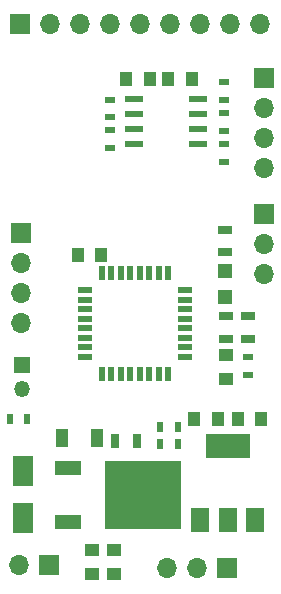
<source format=gts>
G04 #@! TF.FileFunction,Soldermask,Top*
%FSLAX46Y46*%
G04 Gerber Fmt 4.6, Leading zero omitted, Abs format (unit mm)*
G04 Created by KiCad (PCBNEW 4.0.2+dfsg1-stable) date Wed 06 Sep 2017 09:14:37 PM CST*
%MOMM*%
G01*
G04 APERTURE LIST*
%ADD10C,0.100000*%
%ADD11R,1.200000X0.600000*%
%ADD12R,0.600000X1.200000*%
%ADD13R,1.000000X1.250000*%
%ADD14R,1.250000X1.000000*%
%ADD15R,1.000000X1.600000*%
%ADD16R,1.700000X1.700000*%
%ADD17O,1.700000X1.700000*%
%ADD18R,0.900000X0.500000*%
%ADD19R,0.700000X1.300000*%
%ADD20R,1.300000X0.700000*%
%ADD21R,2.200000X1.200000*%
%ADD22R,6.400000X5.800000*%
%ADD23R,3.800000X2.000000*%
%ADD24R,1.500000X2.000000*%
%ADD25R,1.550000X0.600000*%
%ADD26R,1.800000X2.500000*%
%ADD27R,1.350000X1.350000*%
%ADD28O,1.350000X1.350000*%
%ADD29R,1.200000X1.200000*%
%ADD30R,0.500000X0.900000*%
G04 APERTURE END LIST*
D10*
D11*
X116245000Y-108205500D03*
X116245000Y-107405500D03*
X116245000Y-106605500D03*
X116245000Y-105805500D03*
X116245000Y-105005500D03*
X116245000Y-104205500D03*
X116245000Y-103405500D03*
X116245000Y-102605500D03*
D12*
X114795000Y-101155500D03*
X113995000Y-101155500D03*
X113195000Y-101155500D03*
X112395000Y-101155500D03*
X111595000Y-101155500D03*
X110795000Y-101155500D03*
X109995000Y-101155500D03*
X109195000Y-101155500D03*
D11*
X107745000Y-102605500D03*
X107745000Y-103405500D03*
X107745000Y-104205500D03*
X107745000Y-105005500D03*
X107745000Y-105805500D03*
X107745000Y-106605500D03*
X107745000Y-107405500D03*
X107745000Y-108205500D03*
D12*
X109195000Y-109655500D03*
X109995000Y-109655500D03*
X110795000Y-109655500D03*
X111595000Y-109655500D03*
X112395000Y-109655500D03*
X113195000Y-109655500D03*
X113995000Y-109655500D03*
X114795000Y-109655500D03*
D13*
X114824000Y-84709000D03*
X116824000Y-84709000D03*
D14*
X119697500Y-110077000D03*
X119697500Y-108077000D03*
D15*
X105815000Y-115062000D03*
X108815000Y-115062000D03*
D14*
X110236000Y-124603000D03*
X110236000Y-126603000D03*
X108331000Y-124603000D03*
X108331000Y-126603000D03*
D13*
X120682000Y-113482500D03*
X122682000Y-113482500D03*
X118983000Y-113482500D03*
X116983000Y-113482500D03*
D16*
X102362000Y-97726500D03*
D17*
X102362000Y-100266500D03*
X102362000Y-102806500D03*
X102362000Y-105346500D03*
D16*
X104673600Y-125857200D03*
D17*
X102133600Y-125857200D03*
D16*
X119812000Y-126111200D03*
D17*
X117272000Y-126111200D03*
X114732000Y-126111200D03*
D16*
X122936000Y-96139000D03*
D17*
X122936000Y-98679000D03*
X122936000Y-101219000D03*
D18*
X121602500Y-108228000D03*
X121602500Y-109728000D03*
D19*
X110304500Y-115316000D03*
X112204500Y-115316000D03*
D20*
X121602500Y-106680000D03*
X121602500Y-104780000D03*
X119697500Y-104775000D03*
X119697500Y-106675000D03*
D18*
X119507000Y-91694000D03*
X119507000Y-90194000D03*
X109855000Y-86447500D03*
X109855000Y-87947500D03*
X119507000Y-89090500D03*
X119507000Y-87590500D03*
X109855000Y-89027000D03*
X109855000Y-90527000D03*
X119507000Y-86463000D03*
X119507000Y-84963000D03*
D21*
X106353500Y-117671500D03*
X106353500Y-122231500D03*
D22*
X112653500Y-119951500D03*
D23*
X119840500Y-115730000D03*
D24*
X119840500Y-122030000D03*
X122140500Y-122030000D03*
X117540500Y-122030000D03*
D25*
X111917500Y-86423500D03*
X111917500Y-87693500D03*
X111917500Y-88963500D03*
X111917500Y-90233500D03*
X117317500Y-90233500D03*
X117317500Y-88963500D03*
X117317500Y-87693500D03*
X117317500Y-86423500D03*
D26*
X102552500Y-117888000D03*
X102552500Y-121888000D03*
D16*
X102235000Y-80010000D03*
D17*
X104775000Y-80010000D03*
X107315000Y-80010000D03*
X109855000Y-80010000D03*
X112395000Y-80010000D03*
X114935000Y-80010000D03*
X117475000Y-80010000D03*
X120015000Y-80010000D03*
X122555000Y-80010000D03*
D16*
X122936000Y-84645500D03*
D17*
X122936000Y-87185500D03*
X122936000Y-89725500D03*
X122936000Y-92265500D03*
D20*
X119634000Y-99364800D03*
X119634000Y-97464800D03*
D27*
X102387400Y-108940600D03*
D28*
X102387400Y-110940600D03*
D29*
X119634000Y-103182600D03*
X119634000Y-100982600D03*
D13*
X107140500Y-99568000D03*
X109140500Y-99568000D03*
D30*
X114121500Y-115633500D03*
X115621500Y-115633500D03*
X115621500Y-114173000D03*
X114121500Y-114173000D03*
X101383400Y-113487200D03*
X102883400Y-113487200D03*
D13*
X111268000Y-84709000D03*
X113268000Y-84709000D03*
M02*

</source>
